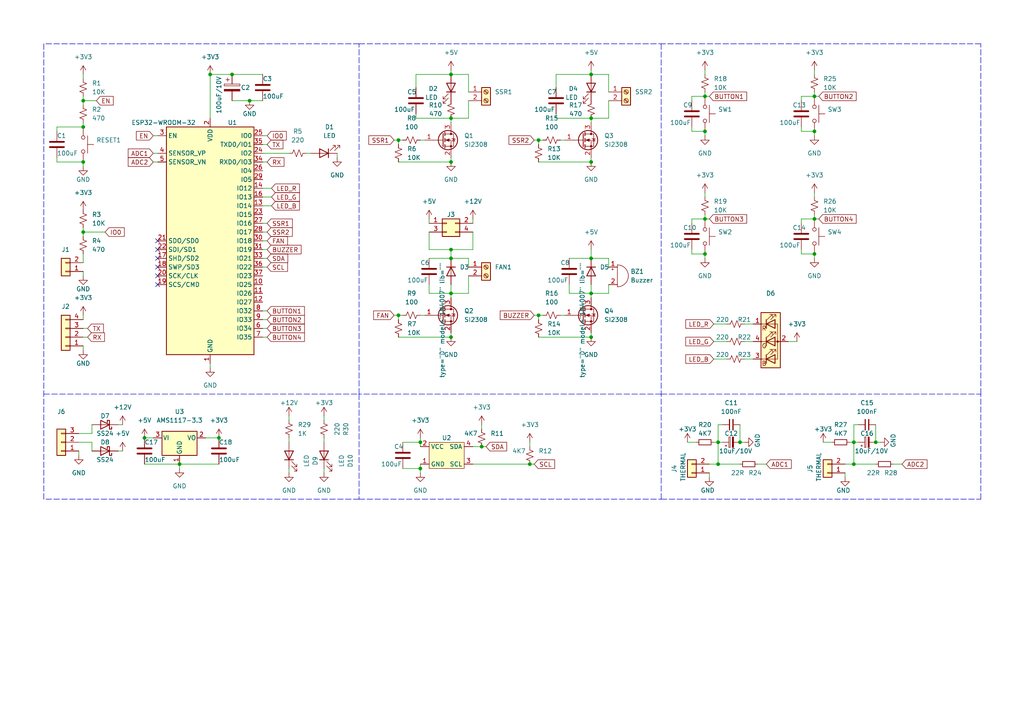
<source format=kicad_sch>
(kicad_sch (version 20211123) (generator eeschema)
  (paper "A4")
  (lib_symbols
    (symbol "Connector:Screw_Terminal_01x02" (pin_names (offset 1.016) hide)
      (property "Reference" "J" (at 0 2.54 0))
      (property "Value" "Screw_Terminal_01x02" (at 0 -5.08 0))
      (symbol "Screw_Terminal_01x02_1_1"
        (pin passive line (at -5.08 0 0) (length 3.81) (name "Pin_1") (number "1"))
        (pin passive line (at -5.08 -2.54 0) (length 3.81) (name "Pin_2") (number "2"))
      )
    )
    (symbol "Connector_Generic:Conn_01x02" (pin_names (offset 1.016) hide)
      (property "Reference" "J" (at 0 2.54 0))
      (property "Value" "Conn_01x02" (at 0 -5.08 0))
      (symbol "Conn_01x02_1_1"
        (pin passive line (at -5.08 0 0) (length 3.81) (name "Pin_1") (number "1"))
        (pin passive line (at -5.08 -2.54 0) (length 3.81) (name "Pin_2") (number "2"))
      )
    )
    (symbol "Connector_Generic:Conn_01x03" (pin_names (offset 1.016) hide)
      (property "Reference" "J" (at 0 5.08 0))
      (property "Value" "Conn_01x03" (at 0 -5.08 0))
      (symbol "Conn_01x03_1_1"
        (pin passive line (at -5.08 2.54 0) (length 3.81) (name "Pin_1") (number "1"))
        (pin passive line (at -5.08 0 0) (length 3.81) (name "Pin_2") (number "2"))
        (pin passive line (at -5.08 -2.54 0) (length 3.81) (name "Pin_3") (number "3"))
      )
    )
    (symbol "Connector_Generic:Conn_01x04" (pin_names (offset 1.016) hide)
      (property "Reference" "J" (at 0 5.08 0))
      (property "Value" "Conn_01x04" (at 0 -7.62 0))
      (symbol "Conn_01x04_1_1"
        (pin passive line (at -5.08 2.54 0) (length 3.81) (name "Pin_1") (number "1"))
        (pin passive line (at -5.08 0 0) (length 3.81) (name "Pin_2") (number "2"))
        (pin passive line (at -5.08 -2.54 0) (length 3.81) (name "Pin_3") (number "3"))
        (pin passive line (at -5.08 -5.08 0) (length 3.81) (name "Pin_4") (number "4"))
      )
    )
    (symbol "Connector_Generic:Conn_02x02_Odd_Even" (pin_names (offset 1.016) hide)
      (property "Reference" "J" (at 1.27 2.54 0))
      (property "Value" "Conn_02x02_Odd_Even" (at 1.27 -5.08 0))
      (symbol "Conn_02x02_Odd_Even_1_1"
        (pin passive line (at -5.08 0 0) (length 3.81) (name "Pin_1") (number "1"))
        (pin passive line (at 7.62 0 180) (length 3.81) (name "Pin_2") (number "2"))
        (pin passive line (at -5.08 -2.54 0) (length 3.81) (name "Pin_3") (number "3"))
        (pin passive line (at 7.62 -2.54 180) (length 3.81) (name "Pin_4") (number "4"))
      )
    )
    (symbol "Device:Buzzer" (pin_names (offset 0.0254) hide)
      (property "Reference" "BZ" (at 3.81 1.27 0))
      (property "Value" "Buzzer" (at 3.81 -1.27 0))
      (symbol "Buzzer_1_1"
        (pin passive line (at -2.54 2.54 0) (length 2.54) (name "-") (number "1"))
        (pin passive line (at -2.54 -2.54 0) (length 2.54) (name "+") (number "2"))
      )
    )
    (symbol "Device:C" (pin_numbers hide) (pin_names (offset 0.254))
      (property "Reference" "C" (at 0.635 2.54 0))
      (property "Value" "C" (at 0.635 -2.54 0))
      (symbol "C_1_1"
        (pin passive line (at 0 3.81 270) (length 2.794) (name "~") (number "1"))
        (pin passive line (at 0 -3.81 90) (length 2.794) (name "~") (number "2"))
      )
    )
    (symbol "Device:C_Polarized" (pin_numbers hide) (pin_names (offset 0.254))
      (property "Reference" "C" (at 0.635 2.54 0))
      (property "Value" "C_Polarized" (at 0.635 -2.54 0))
      (symbol "C_Polarized_1_1"
        (pin passive line (at 0 3.81 270) (length 2.794) (name "~") (number "1"))
        (pin passive line (at 0 -3.81 90) (length 2.794) (name "~") (number "2"))
      )
    )
    (symbol "Device:C_Polarized_Small" (pin_numbers hide) (pin_names (offset 0.254) hide)
      (property "Reference" "C" (at 0.254 1.778 0))
      (property "Value" "C_Polarized_Small" (at 0.254 -2.032 0))
      (symbol "C_Polarized_Small_1_1"
        (pin passive line (at 0 2.54 270) (length 1.8542) (name "~") (number "1"))
        (pin passive line (at 0 -2.54 90) (length 1.8542) (name "~") (number "2"))
      )
    )
    (symbol "Device:C_Small" (pin_numbers hide) (pin_names (offset 0.254) hide)
      (property "Reference" "C" (at 0.254 1.778 0))
      (property "Value" "C_Small" (at 0.254 -2.032 0))
      (symbol "C_Small_1_1"
        (pin passive line (at 0 2.54 270) (length 2.032) (name "~") (number "1"))
        (pin passive line (at 0 -2.54 90) (length 2.032) (name "~") (number "2"))
      )
    )
    (symbol "Device:LED" (pin_numbers hide) (pin_names (offset 1.016) hide)
      (property "Reference" "D" (at 0 2.54 0))
      (property "Value" "LED" (at 0 -2.54 0))
      (symbol "LED_1_1"
        (pin passive line (at -3.81 0 0) (length 2.54) (name "K") (number "1"))
        (pin passive line (at 3.81 0 180) (length 2.54) (name "A") (number "2"))
      )
    )
    (symbol "Device:LED_RABG" (pin_names (offset 0) hide)
      (property "Reference" "D" (at 0 9.398 0))
      (property "Value" "LED_RABG" (at 0 -8.89 0))
      (symbol "LED_RABG_0_0"
        (text "B" (at -1.905 -6.35 0) (effects (font (size 1.27 1.27))))
        (text "G" (at -1.905 -1.27 0) (effects (font (size 1.27 1.27))))
        (text "R" (at -1.905 3.81 0) (effects (font (size 1.27 1.27))))
      )
      (symbol "LED_RABG_1_1"
        (pin passive line (at -5.08 5.08 0) (length 2.54) (name "RK") (number "1"))
        (pin passive line (at 5.08 0 180) (length 2.54) (name "A") (number "2"))
        (pin passive line (at -5.08 -5.08 0) (length 2.54) (name "BK") (number "3"))
        (pin passive line (at -5.08 0 0) (length 2.54) (name "GK") (number "4"))
      )
    )
    (symbol "Device:Q_NMOS_GSD" (pin_names (offset 0) hide)
      (property "Reference" "Q" (at 5.08 1.27 0))
      (property "Value" "Q_NMOS_GSD" (at 5.08 -1.27 0))
      (symbol "Q_NMOS_GSD_1_1"
        (pin input line (at -5.08 0 0) (length 2.54) (name "G") (number "1"))
        (pin passive line (at 2.54 -5.08 90) (length 2.54) (name "S") (number "2"))
        (pin passive line (at 2.54 5.08 270) (length 2.54) (name "D") (number "3"))
      )
    )
    (symbol "Device:R_Small" (pin_numbers hide) (pin_names (offset 0.254) hide)
      (property "Reference" "R" (at 0.762 0.508 0))
      (property "Value" "R_Small" (at 0.762 -1.016 0))
      (symbol "R_Small_1_1"
        (pin passive line (at 0 2.54 270) (length 0.762) (name "~") (number "1"))
        (pin passive line (at 0 -2.54 90) (length 0.762) (name "~") (number "2"))
      )
    )
    (symbol "Device:R_Small_US" (pin_numbers hide) (pin_names (offset 0.254) hide)
      (property "Reference" "R" (at 0.762 0.508 0))
      (property "Value" "R_Small_US" (at 0.762 -1.016 0))
      (symbol "R_Small_US_1_1"
        (pin passive line (at 0 2.54 270) (length 1.016) (name "~") (number "1"))
        (pin passive line (at 0 -2.54 90) (length 1.016) (name "~") (number "2"))
      )
    )
    (symbol "Diode:B120-E3" (pin_numbers hide) (pin_names hide)
      (property "Reference" "D" (at 0 2.54 0))
      (property "Value" "B120-E3" (at 0 -2.54 0))
      (symbol "B120-E3_1_1"
        (pin passive line (at -3.81 0 0) (length 2.54) (name "K") (number "1"))
        (pin passive line (at 3.81 0 180) (length 2.54) (name "A") (number "2"))
      )
    )
    (symbol "Display_Graphic:OLED_TFT_128_64"
      (property "Reference" "U" (at 0 5.08 0))
      (property "Value" "OLED_TFT_128_64" (at 0 -5.08 0))
      (symbol "OLED_TFT_128_64_1_1"
        (pin input line (at -7.62 -2.54 0) (length 2.54) (name "GND") (number "1"))
        (pin input line (at -7.62 2.54 0) (length 2.54) (name "VCC") (number "2"))
        (pin passive line (at 7.62 -2.54 180) (length 2.54) (name "SCL") (number "3"))
        (pin passive line (at 7.62 2.54 180) (length 2.54) (name "SDA") (number "4"))
      )
    )
    (symbol "RF_Module:ESP32-WROOM-32"
      (property "Reference" "U" (at -12.7 34.29 0))
      (property "Value" "ESP32-WROOM-32" (at 1.27 34.29 0))
      (symbol "ESP32-WROOM-32_1_1"
        (pin power_in line (at 0 -35.56 90) (length 2.54) (name "GND") (number "1"))
        (pin bidirectional line (at 15.24 -12.7 180) (length 2.54) (name "IO25") (number "10"))
        (pin bidirectional line (at 15.24 -15.24 180) (length 2.54) (name "IO26") (number "11"))
        (pin bidirectional line (at 15.24 -17.78 180) (length 2.54) (name "IO27") (number "12"))
        (pin bidirectional line (at 15.24 10.16 180) (length 2.54) (name "IO14") (number "13"))
        (pin bidirectional line (at 15.24 15.24 180) (length 2.54) (name "IO12") (number "14"))
        (pin passive line (at 0 -35.56 90) (length 2.54) hide (name "GND") (number "15"))
        (pin bidirectional line (at 15.24 12.7 180) (length 2.54) (name "IO13") (number "16"))
        (pin bidirectional line (at -15.24 -5.08 0) (length 2.54) (name "SHD/SD2") (number "17"))
        (pin bidirectional line (at -15.24 -7.62 0) (length 2.54) (name "SWP/SD3") (number "18"))
        (pin bidirectional line (at -15.24 -12.7 0) (length 2.54) (name "SCS/CMD") (number "19"))
        (pin power_in line (at 0 35.56 270) (length 2.54) (name "VDD") (number "2"))
        (pin bidirectional line (at -15.24 -10.16 0) (length 2.54) (name "SCK/CLK") (number "20"))
        (pin bidirectional line (at -15.24 0 0) (length 2.54) (name "SDO/SD0") (number "21"))
        (pin bidirectional line (at -15.24 -2.54 0) (length 2.54) (name "SDI/SD1") (number "22"))
        (pin bidirectional line (at 15.24 7.62 180) (length 2.54) (name "IO15") (number "23"))
        (pin bidirectional line (at 15.24 25.4 180) (length 2.54) (name "IO2") (number "24"))
        (pin bidirectional line (at 15.24 30.48 180) (length 2.54) (name "IO0") (number "25"))
        (pin bidirectional line (at 15.24 20.32 180) (length 2.54) (name "IO4") (number "26"))
        (pin bidirectional line (at 15.24 5.08 180) (length 2.54) (name "IO16") (number "27"))
        (pin bidirectional line (at 15.24 2.54 180) (length 2.54) (name "IO17") (number "28"))
        (pin bidirectional line (at 15.24 17.78 180) (length 2.54) (name "IO5") (number "29"))
        (pin input line (at -15.24 30.48 0) (length 2.54) (name "EN") (number "3"))
        (pin bidirectional line (at 15.24 0 180) (length 2.54) (name "IO18") (number "30"))
        (pin bidirectional line (at 15.24 -2.54 180) (length 2.54) (name "IO19") (number "31"))
        (pin no_connect line (at -12.7 -27.94 0) (length 2.54) hide (name "NC") (number "32"))
        (pin bidirectional line (at 15.24 -5.08 180) (length 2.54) (name "IO21") (number "33"))
        (pin bidirectional line (at 15.24 22.86 180) (length 2.54) (name "RXD0/IO3") (number "34"))
        (pin bidirectional line (at 15.24 27.94 180) (length 2.54) (name "TXD0/IO1") (number "35"))
        (pin bidirectional line (at 15.24 -7.62 180) (length 2.54) (name "IO22") (number "36"))
        (pin bidirectional line (at 15.24 -10.16 180) (length 2.54) (name "IO23") (number "37"))
        (pin passive line (at 0 -35.56 90) (length 2.54) hide (name "GND") (number "38"))
        (pin passive line (at 0 -35.56 90) (length 2.54) hide (name "GND") (number "39"))
        (pin input line (at -15.24 25.4 0) (length 2.54) (name "SENSOR_VP") (number "4"))
        (pin input line (at -15.24 22.86 0) (length 2.54) (name "SENSOR_VN") (number "5"))
        (pin input line (at 15.24 -25.4 180) (length 2.54) (name "IO34") (number "6"))
        (pin input line (at 15.24 -27.94 180) (length 2.54) (name "IO35") (number "7"))
        (pin bidirectional line (at 15.24 -20.32 180) (length 2.54) (name "IO32") (number "8"))
        (pin bidirectional line (at 15.24 -22.86 180) (length 2.54) (name "IO33") (number "9"))
      )
    )
    (symbol "Regulator_Linear:AMS1117-3.3" (pin_names (offset 0.254))
      (property "Reference" "U" (at -3.81 3.175 0))
      (property "Value" "AMS1117-3.3" (at 0 3.175 0))
      (symbol "AMS1117-3.3_1_1"
        (pin power_in line (at 0 -7.62 90) (length 2.54) (name "GND") (number "1"))
        (pin power_out line (at 7.62 0 180) (length 2.54) (name "VO") (number "2"))
        (pin power_in line (at -7.62 0 0) (length 2.54) (name "VI") (number "3"))
      )
    )
    (symbol "Simulation_SPICE:DIODE" (pin_numbers hide) (pin_names (offset 1.016) hide)
      (property "Reference" "D" (at 0 2.54 0))
      (property "Value" "DIODE" (at 0 -2.54 0))
      (symbol "DIODE_1_1"
        (pin passive line (at -3.81 0 0) (length 2.54) (name "A") (number "1"))
        (pin passive line (at 3.81 0 180) (length 2.54) (name "K") (number "2"))
      )
    )
    (symbol "Switch:SW_Push" (pin_numbers hide) (pin_names (offset 1.016) hide)
      (property "Reference" "SW" (at 1.27 2.54 0))
      (property "Value" "SW_Push" (at 0 -1.524 0))
      (symbol "SW_Push_0_1"
        (pin passive line (at -5.08 0 0) (length 2.54) (name "1") (number "1"))
        (pin passive line (at 5.08 0 180) (length 2.54) (name "2") (number "2"))
      )
    )
    (symbol "power:+12V" (power) (pin_names (offset 0))
      (property "Value" "+12V" (at 0 3.556 0))
      (symbol "+12V_1_1"
        (pin power_in line (at 0 0 90) (length 0) hide (name "+12V") (number "1"))
      )
    )
    (symbol "power:+3.3V" (power) (pin_names (offset 0))
      (property "Value" "+3.3V" (at 0 3.556 0))
      (symbol "+3.3V_1_1"
        (pin power_in line (at 0 0 90) (length 0) hide (name "+3V3") (number "1"))
      )
    )
    (symbol "power:+3V3" (power) (pin_names (offset 0))
      (property "Value" "+3V3" (at 0 3.556 0))
      (symbol "+3V3_1_1"
        (pin power_in line (at 0 0 90) (length 0) hide (name "+3V3") (number "1"))
      )
    )
    (symbol "power:+5V" (power) (pin_names (offset 0))
      (property "Value" "+5V" (at 0 3.556 0))
      (symbol "+5V_1_1"
        (pin power_in line (at 0 0 90) (length 0) hide (name "+5V") (number "1"))
      )
    )
    (symbol "power:GND" (power) (pin_names (offset 0))
      (property "Value" "GND" (at 0 -3.81 0))
      (symbol "GND_1_1"
        (pin power_in line (at 0 0 270) (length 0) hide (name "GND") (number "1"))
      )
    )
  )
  (junction (at 171.45 34.29))
  (junction (at 130.81 21.59))
  (junction (at 139.7 129.54))
  (junction (at 236.22 63.5))
  (junction (at 236.22 27.94))
  (junction (at 204.47 63.5))
  (junction (at 236.22 38.1))
  (junction (at 121.92 128.27))
  (junction (at 121.92 135.89))
  (junction (at 130.81 85.09))
  (junction (at 171.45 21.59))
  (junction (at 153.67 134.62))
  (junction (at 24.13 36.83))
  (junction (at 156.21 91.44))
  (junction (at 171.45 97.79))
  (junction (at 115.57 91.44))
  (junction (at 204.47 27.94))
  (junction (at 63.5 127))
  (junction (at 236.22 73.66))
  (junction (at 214.63 128.27))
  (junction (at 24.13 67.31))
  (junction (at 171.45 85.09))
  (junction (at 171.45 46.99))
  (junction (at 204.47 73.66))
  (junction (at 247.65 134.62))
  (junction (at 204.47 38.1))
  (junction (at 247.65 128.27))
  (junction (at 24.13 29.21))
  (junction (at 130.81 74.93))
  (junction (at 208.28 128.27))
  (junction (at 41.91 127))
  (junction (at 208.28 134.62))
  (junction (at 72.39 29.21))
  (junction (at 156.21 40.64))
  (junction (at 60.96 21.59))
  (junction (at 52.07 134.62))
  (junction (at 171.45 74.93))
  (junction (at 130.81 72.39))
  (junction (at 115.57 40.64))
  (junction (at 254 128.27))
  (junction (at 130.81 97.79))
  (junction (at 67.31 21.59))
  (junction (at 24.13 46.99))
  (junction (at 130.81 34.29))
  (junction (at 130.81 46.99))
  (no_connect (at 45.72 80.01))
  (no_connect (at 45.72 77.47))
  (no_connect (at 45.72 74.93))
  (no_connect (at 45.72 82.55))
  (no_connect (at 45.72 72.39))
  (no_connect (at 45.72 69.85))
  (wire (pts (xy 200.66 63.5) (xy 204.47 63.5)))
  (wire (pts (xy 24.13 97.79) (xy 25.4 97.79)))
  (wire (pts (xy 24.13 100.33) (xy 24.13 101.6)))
  (wire (pts (xy 115.57 41.91) (xy 115.57 40.64)))
  (wire (pts (xy 76.2 77.47) (xy 77.47 77.47)))
  (wire (pts (xy 130.81 72.39) (xy 130.81 74.93)))
  (wire (pts (xy 248.92 123.19) (xy 247.65 123.19)))
  (polyline (pts (xy 284.48 144.78) (xy 284.48 114.3)))
  (wire (pts (xy 232.41 64.77) (xy 232.41 63.5)))
  (wire (pts (xy 245.11 134.62) (xy 247.65 134.62)))
  (wire (pts (xy 135.89 29.21) (xy 135.89 34.29)))
  (wire (pts (xy 121.92 128.27) (xy 121.92 129.54)))
  (wire (pts (xy 76.2 95.25) (xy 77.47 95.25)))
  (wire (pts (xy 115.57 46.99) (xy 130.81 46.99)))
  (wire (pts (xy 116.84 128.27) (xy 121.92 128.27)))
  (wire (pts (xy 236.22 62.23) (xy 236.22 63.5)))
  (wire (pts (xy 204.47 39.37) (xy 204.47 38.1)))
  (wire (pts (xy 16.51 36.83) (xy 16.51 38.1)))
  (wire (pts (xy 236.22 27.94) (xy 237.49 27.94)))
  (wire (pts (xy 120.65 34.29) (xy 130.81 34.29)))
  (wire (pts (xy 130.81 34.29) (xy 130.81 35.56)))
  (wire (pts (xy 200.66 38.1) (xy 204.47 38.1)))
  (wire (pts (xy 41.91 134.62) (xy 52.07 134.62)))
  (wire (pts (xy 247.65 134.62) (xy 254 134.62)))
  (wire (pts (xy 171.45 97.79) (xy 171.45 96.52)))
  (wire (pts (xy 130.81 97.79) (xy 130.81 96.52)))
  (wire (pts (xy 24.13 29.21) (xy 27.94 29.21)))
  (wire (pts (xy 121.92 137.16) (xy 121.92 135.89)))
  (wire (pts (xy 228.6 99.06) (xy 231.14 99.06)))
  (polyline (pts (xy 191.77 114.3) (xy 104.14 114.3)))
  (wire (pts (xy 171.45 34.29) (xy 171.45 35.56)))
  (wire (pts (xy 204.47 20.32) (xy 204.47 21.59)))
  (wire (pts (xy 153.67 134.62) (xy 154.94 134.62)))
  (wire (pts (xy 219.71 134.62) (xy 222.25 134.62)))
  (wire (pts (xy 76.2 67.31) (xy 77.47 67.31)))
  (wire (pts (xy 67.31 21.59) (xy 76.2 21.59)))
  (wire (pts (xy 236.22 55.88) (xy 236.22 57.15)))
  (wire (pts (xy 60.96 21.59) (xy 60.96 34.29)))
  (wire (pts (xy 200.66 36.83) (xy 200.66 38.1)))
  (wire (pts (xy 247.65 123.19) (xy 247.65 128.27)))
  (polyline (pts (xy 191.77 114.3) (xy 284.48 114.3)))
  (wire (pts (xy 199.39 128.27) (xy 201.93 128.27)))
  (wire (pts (xy 121.92 127) (xy 121.92 128.27)))
  (wire (pts (xy 247.65 128.27) (xy 247.65 134.62)))
  (wire (pts (xy 162.56 91.44) (xy 163.83 91.44)))
  (wire (pts (xy 77.47 39.37) (xy 76.2 39.37)))
  (wire (pts (xy 44.45 39.37) (xy 45.72 39.37)))
  (wire (pts (xy 209.55 123.19) (xy 208.28 123.19)))
  (wire (pts (xy 171.45 85.09) (xy 171.45 86.36)))
  (wire (pts (xy 236.22 39.37) (xy 236.22 38.1)))
  (wire (pts (xy 24.13 66.04) (xy 24.13 67.31)))
  (wire (pts (xy 76.2 54.61) (xy 78.74 54.61)))
  (wire (pts (xy 93.98 127) (xy 93.98 128.27)))
  (wire (pts (xy 124.46 74.93) (xy 130.81 74.93)))
  (wire (pts (xy 246.38 128.27) (xy 247.65 128.27)))
  (wire (pts (xy 156.21 92.71) (xy 156.21 91.44)))
  (wire (pts (xy 135.89 34.29) (xy 130.81 34.29)))
  (wire (pts (xy 171.45 20.32) (xy 171.45 21.59)))
  (wire (pts (xy 154.94 40.64) (xy 156.21 40.64)))
  (wire (pts (xy 215.9 104.14) (xy 218.44 104.14)))
  (polyline (pts (xy 12.7 144.78) (xy 12.7 114.3)))
  (wire (pts (xy 44.45 46.99) (xy 45.72 46.99)))
  (wire (pts (xy 232.41 63.5) (xy 236.22 63.5)))
  (wire (pts (xy 76.2 44.45) (xy 83.82 44.45)))
  (wire (pts (xy 207.01 104.14) (xy 210.82 104.14)))
  (wire (pts (xy 137.16 129.54) (xy 139.7 129.54)))
  (wire (pts (xy 130.81 46.99) (xy 130.81 45.72)))
  (wire (pts (xy 24.13 35.56) (xy 24.13 36.83)))
  (polyline (pts (xy 284.48 12.7) (xy 191.77 12.7)))
  (wire (pts (xy 41.91 127) (xy 44.45 127)))
  (wire (pts (xy 35.56 123.19) (xy 34.29 123.19)))
  (wire (pts (xy 171.45 82.55) (xy 171.45 85.09)))
  (wire (pts (xy 124.46 67.31) (xy 124.46 72.39)))
  (wire (pts (xy 130.81 74.93) (xy 135.89 74.93)))
  (wire (pts (xy 176.53 29.21) (xy 176.53 34.29)))
  (wire (pts (xy 153.67 128.27) (xy 153.67 129.54)))
  (wire (pts (xy 176.53 34.29) (xy 171.45 34.29)))
  (polyline (pts (xy 104.14 144.78) (xy 12.7 144.78)))
  (wire (pts (xy 137.16 67.31) (xy 137.16 72.39)))
  (wire (pts (xy 24.13 67.31) (xy 30.48 67.31)))
  (wire (pts (xy 135.89 77.47) (xy 135.89 74.93)))
  (wire (pts (xy 214.63 123.19) (xy 214.63 128.27)))
  (wire (pts (xy 165.1 74.93) (xy 171.45 74.93)))
  (polyline (pts (xy 12.7 114.3) (xy 104.14 114.3)))
  (wire (pts (xy 76.2 57.15) (xy 78.74 57.15)))
  (wire (pts (xy 161.29 34.29) (xy 171.45 34.29)))
  (wire (pts (xy 232.41 72.39) (xy 232.41 73.66)))
  (wire (pts (xy 176.53 82.55) (xy 176.53 85.09)))
  (wire (pts (xy 247.65 128.27) (xy 248.92 128.27)))
  (polyline (pts (xy 284.48 114.3) (xy 284.48 12.7)))
  (polyline (pts (xy 191.77 12.7) (xy 191.77 114.3)))
  (wire (pts (xy 120.65 33.02) (xy 120.65 34.29)))
  (wire (pts (xy 207.01 128.27) (xy 208.28 128.27)))
  (wire (pts (xy 114.3 91.44) (xy 115.57 91.44)))
  (wire (pts (xy 26.67 125.73) (xy 26.67 123.19)))
  (wire (pts (xy 130.81 85.09) (xy 130.81 86.36)))
  (wire (pts (xy 232.41 73.66) (xy 236.22 73.66)))
  (polyline (pts (xy 104.14 144.78) (xy 191.77 144.78)))
  (wire (pts (xy 60.96 21.59) (xy 67.31 21.59)))
  (wire (pts (xy 204.47 62.23) (xy 204.47 63.5)))
  (wire (pts (xy 232.41 38.1) (xy 236.22 38.1)))
  (wire (pts (xy 204.47 74.93) (xy 204.47 73.66)))
  (wire (pts (xy 24.13 80.01) (xy 24.13 78.74)))
  (wire (pts (xy 200.66 29.21) (xy 200.66 27.94)))
  (wire (pts (xy 259.08 134.62) (xy 261.62 134.62)))
  (wire (pts (xy 156.21 46.99) (xy 171.45 46.99)))
  (wire (pts (xy 44.45 44.45) (xy 45.72 44.45)))
  (wire (pts (xy 83.82 135.89) (xy 83.82 137.16)))
  (wire (pts (xy 208.28 134.62) (xy 214.63 134.62)))
  (wire (pts (xy 204.47 26.67) (xy 204.47 27.94)))
  (wire (pts (xy 200.66 73.66) (xy 204.47 73.66)))
  (wire (pts (xy 76.2 92.71) (xy 77.47 92.71)))
  (wire (pts (xy 76.2 74.93) (xy 77.47 74.93)))
  (wire (pts (xy 114.3 40.64) (xy 115.57 40.64)))
  (polyline (pts (xy 104.14 12.7) (xy 191.77 12.7)))
  (wire (pts (xy 161.29 25.4) (xy 161.29 21.59)))
  (wire (pts (xy 204.47 55.88) (xy 204.47 57.15)))
  (wire (pts (xy 204.47 27.94) (xy 205.74 27.94)))
  (wire (pts (xy 60.96 106.68) (xy 60.96 105.41)))
  (wire (pts (xy 205.74 134.62) (xy 208.28 134.62)))
  (wire (pts (xy 208.28 128.27) (xy 209.55 128.27)))
  (wire (pts (xy 24.13 27.94) (xy 24.13 29.21)))
  (wire (pts (xy 232.41 29.21) (xy 232.41 27.94)))
  (wire (pts (xy 120.65 21.59) (xy 130.81 21.59)))
  (wire (pts (xy 254 123.19) (xy 254 128.27)))
  (wire (pts (xy 171.45 21.59) (xy 176.53 21.59)))
  (wire (pts (xy 16.51 46.99) (xy 24.13 46.99)))
  (wire (pts (xy 205.74 137.16) (xy 205.74 138.43)))
  (wire (pts (xy 207.01 99.06) (xy 210.82 99.06)))
  (wire (pts (xy 139.7 129.54) (xy 140.97 129.54)))
  (polyline (pts (xy 284.48 114.3) (xy 284.48 114.3)))
  (wire (pts (xy 154.94 91.44) (xy 156.21 91.44)))
  (wire (pts (xy 156.21 97.79) (xy 171.45 97.79)))
  (wire (pts (xy 35.56 130.81) (xy 34.29 130.81)))
  (wire (pts (xy 232.41 27.94) (xy 236.22 27.94)))
  (wire (pts (xy 26.67 128.27) (xy 26.67 130.81)))
  (polyline (pts (xy 191.77 144.78) (xy 191.77 114.3)))
  (wire (pts (xy 76.2 69.85) (xy 77.47 69.85)))
  (wire (pts (xy 76.2 90.17) (xy 77.47 90.17)))
  (wire (pts (xy 76.2 72.39) (xy 77.47 72.39)))
  (wire (pts (xy 93.98 135.89) (xy 93.98 137.16)))
  (wire (pts (xy 115.57 92.71) (xy 115.57 91.44)))
  (wire (pts (xy 124.46 85.09) (xy 130.81 85.09)))
  (wire (pts (xy 76.2 97.79) (xy 77.47 97.79)))
  (wire (pts (xy 121.92 40.64) (xy 123.19 40.64)))
  (wire (pts (xy 207.01 93.98) (xy 210.82 93.98)))
  (polyline (pts (xy 191.77 144.78) (xy 284.48 144.78)))
  (wire (pts (xy 76.2 59.69) (xy 78.74 59.69)))
  (wire (pts (xy 16.51 36.83) (xy 24.13 36.83)))
  (wire (pts (xy 124.46 82.55) (xy 124.46 85.09)))
  (polyline (pts (xy 104.14 12.7) (xy 12.7 12.7)))
  (wire (pts (xy 255.27 128.27) (xy 254 128.27)))
  (wire (pts (xy 176.53 21.59) (xy 176.53 26.67)))
  (wire (pts (xy 161.29 33.02) (xy 161.29 34.29)))
  (wire (pts (xy 124.46 63.5) (xy 124.46 64.77)))
  (wire (pts (xy 236.22 63.5) (xy 237.49 63.5)))
  (wire (pts (xy 130.81 20.32) (xy 130.81 21.59)))
  (wire (pts (xy 232.41 36.83) (xy 232.41 38.1)))
  (wire (pts (xy 238.76 128.27) (xy 241.3 128.27)))
  (wire (pts (xy 171.45 74.93) (xy 176.53 74.93)))
  (wire (pts (xy 124.46 72.39) (xy 130.81 72.39)))
  (wire (pts (xy 83.82 127) (xy 83.82 128.27)))
  (wire (pts (xy 115.57 91.44) (xy 116.84 91.44)))
  (wire (pts (xy 130.81 82.55) (xy 130.81 85.09)))
  (wire (pts (xy 130.81 72.39) (xy 137.16 72.39)))
  (wire (pts (xy 88.9 44.45) (xy 90.17 44.45)))
  (wire (pts (xy 115.57 40.64) (xy 116.84 40.64)))
  (wire (pts (xy 162.56 40.64) (xy 163.83 40.64)))
  (wire (pts (xy 171.45 46.99) (xy 171.45 45.72)))
  (wire (pts (xy 200.66 27.94) (xy 204.47 27.94)))
  (polyline (pts (xy 104.14 114.3) (xy 104.14 12.7)))
  (wire (pts (xy 120.65 25.4) (xy 120.65 21.59)))
  (wire (pts (xy 52.07 135.89) (xy 52.07 134.62)))
  (wire (pts (xy 171.45 72.39) (xy 171.45 74.93)))
  (wire (pts (xy 135.89 80.01) (xy 135.89 85.09)))
  (wire (pts (xy 72.39 29.21) (xy 67.31 29.21)))
  (wire (pts (xy 161.29 21.59) (xy 171.45 21.59)))
  (wire (pts (xy 22.86 132.08) (xy 22.86 130.81)))
  (polyline (pts (xy 104.14 114.3) (xy 104.14 144.78)))
  (wire (pts (xy 77.47 46.99) (xy 76.2 46.99)))
  (wire (pts (xy 93.98 120.65) (xy 93.98 121.92)))
  (wire (pts (xy 97.79 45.72) (xy 97.79 44.45)))
  (wire (pts (xy 121.92 134.62) (xy 121.92 135.89)))
  (wire (pts (xy 63.5 127) (xy 59.69 127)))
  (wire (pts (xy 130.81 21.59) (xy 135.89 21.59)))
  (wire (pts (xy 208.28 123.19) (xy 208.28 128.27)))
  (wire (pts (xy 76.2 64.77) (xy 77.47 64.77)))
  (wire (pts (xy 236.22 26.67) (xy 236.22 27.94)))
  (wire (pts (xy 137.16 63.5) (xy 137.16 64.77)))
  (wire (pts (xy 135.89 21.59) (xy 135.89 26.67)))
  (wire (pts (xy 236.22 20.32) (xy 236.22 21.59)))
  (wire (pts (xy 215.9 99.06) (xy 218.44 99.06)))
  (wire (pts (xy 52.07 134.62) (xy 63.5 134.62)))
  (wire (pts (xy 116.84 135.89) (xy 121.92 135.89)))
  (wire (pts (xy 24.13 67.31) (xy 24.13 68.58)))
  (polyline (pts (xy 12.7 12.7) (xy 12.7 114.3)))
  (wire (pts (xy 176.53 85.09) (xy 171.45 85.09)))
  (wire (pts (xy 215.9 93.98) (xy 218.44 93.98)))
  (wire (pts (xy 176.53 77.47) (xy 176.53 74.93)))
  (wire (pts (xy 24.13 95.25) (xy 25.4 95.25)))
  (wire (pts (xy 115.57 97.79) (xy 130.81 97.79)))
  (wire (pts (xy 72.39 29.21) (xy 76.2 29.21)))
  (wire (pts (xy 24.13 46.99) (xy 24.13 48.26)))
  (wire (pts (xy 135.89 85.09) (xy 130.81 85.09)))
  (wire (pts (xy 156.21 91.44) (xy 157.48 91.44)))
  (wire (pts (xy 24.13 29.21) (xy 24.13 30.48)))
  (wire (pts (xy 121.92 91.44) (xy 123.19 91.44)))
  (wire (pts (xy 208.28 128.27) (xy 208.28 134.62)))
  (wire (pts (xy 24.13 73.66) (xy 24.13 76.2)))
  (wire (pts (xy 139.7 123.19) (xy 139.7 124.46)))
  (wire (pts (xy 24.13 91.44) (xy 24.13 92.71)))
  (wire (pts (xy 137.16 134.62) (xy 153.67 134.62)))
  (wire (pts (xy 204.47 63.5) (xy 205.74 63.5)))
  (wire (pts (xy 245.11 137.16) (xy 245.11 138.43)))
  (wire (pts (xy 24.13 21.59) (xy 24.13 22.86)))
  (wire (pts (xy 22.86 128.27) (xy 26.67 128.27)))
  (wire (pts (xy 16.51 46.99) (xy 16.51 45.72)))
  (wire (pts (xy 200.66 72.39) (xy 200.66 73.66)))
  (wire (pts (xy 156.21 40.64) (xy 157.48 40.64)))
  (wire (pts (xy 165.1 82.55) (xy 165.1 85.09)))
  (wire (pts (xy 236.22 74.93) (xy 236.22 73.66)))
  (wire (pts (xy 215.9 128.27) (xy 214.63 128.27)))
  (wire (pts (xy 156.21 41.91) (xy 156.21 40.64)))
  (wire (pts (xy 22.86 125.73) (xy 26.67 125.73)))
  (wire (pts (xy 165.1 85.09) (xy 171.45 85.09)))
  (wire (pts (xy 83.82 120.65) (xy 83.82 121.92)))
  (wire (pts (xy 77.47 41.91) (xy 76.2 41.91)))
  (wire (pts (xy 200.66 64.77) (xy 200.66 63.5)))
  (global_label "SSR1" (shape input) (at 114.3 40.64 180) (property "Intersheet References" "${INTERSHEET_REFS}" (effects hide)))
  (global_label "SCL" (shape input) (at 154.94 134.62 0) (property "Intersheet References" "${INTERSHEET_REFS}" (effects hide)))
  (global_label "SCL" (shape input) (at 77.47 77.47 0) (property "Intersheet References" "${INTERSHEET_REFS}" (effects hide)))
  (global_label "RX" (shape input) (at 77.47 46.99 0) (property "Intersheet References" "${INTERSHEET_REFS}" (effects hide)))
  (global_label "BUTTON1" (shape input) (at 77.47 90.17 0) (property "Intersheet References" "${INTERSHEET_REFS}" (effects hide)))
  (global_label "BUZZER" (shape input) (at 154.94 91.44 180) (property "Intersheet References" "${INTERSHEET_REFS}" (effects hide)))
  (global_label "EN" (shape input) (at 27.94 29.21 0) (property "Intersheet References" "${INTERSHEET_REFS}" (effects hide)))
  (global_label "BUTTON4" (shape input) (at 237.49 63.5 0) (property "Intersheet References" "${INTERSHEET_REFS}" (effects hide)))
  (global_label "LED_G" (shape input) (at 207.01 99.06 180) (property "Intersheet References" "${INTERSHEET_REFS}" (effects hide)))
  (global_label "ADC2" (shape input) (at 261.62 134.62 0) (property "Intersheet References" "${INTERSHEET_REFS}" (effects hide)))
  (global_label "SSR2" (shape input) (at 77.47 67.31 0) (property "Intersheet References" "${INTERSHEET_REFS}" (effects hide)))
  (global_label "LED_B" (shape input) (at 207.01 104.14 180) (property "Intersheet References" "${INTERSHEET_REFS}" (effects hide)))
  (global_label "BUTTON1" (shape input) (at 205.74 27.94 0) (property "Intersheet References" "${INTERSHEET_REFS}" (effects hide)))
  (global_label "SDA" (shape input) (at 77.47 74.93 0) (property "Intersheet References" "${INTERSHEET_REFS}" (effects hide)))
  (global_label "LED_R" (shape input) (at 207.01 93.98 180) (property "Intersheet References" "${INTERSHEET_REFS}" (effects hide)))
  (global_label "TX" (shape input) (at 77.47 41.91 0) (property "Intersheet References" "${INTERSHEET_REFS}" (effects hide)))
  (global_label "LED_B" (shape input) (at 78.74 59.69 0) (property "Intersheet References" "${INTERSHEET_REFS}" (effects hide)))
  (global_label "BUTTON2" (shape input) (at 77.47 92.71 0) (property "Intersheet References" "${INTERSHEET_REFS}" (effects hide)))
  (global_label "LED_R" (shape input) (at 78.74 54.61 0) (property "Intersheet References" "${INTERSHEET_REFS}" (effects hide)))
  (global_label "SDA" (shape input) (at 140.97 129.54 0) (property "Intersheet References" "${INTERSHEET_REFS}" (effects hide)))
  (global_label "ADC1" (shape input) (at 44.45 44.45 180) (property "Intersheet References" "${INTERSHEET_REFS}" (effects hide)))
  (global_label "BUTTON3" (shape input) (at 205.74 63.5 0) (property "Intersheet References" "${INTERSHEET_REFS}" (effects hide)))
  (global_label "IO0" (shape input) (at 30.48 67.31 0) (property "Intersheet References" "${INTERSHEET_REFS}" (effects hide)))
  (global_label "RX" (shape input) (at 25.4 97.79 0) (property "Intersheet References" "${INTERSHEET_REFS}" (effects hide)))
  (global_label "BUTTON4" (shape input) (at 77.47 97.79 0) (property "Intersheet References" "${INTERSHEET_REFS}" (effects hide)))
  (global_label "SSR2" (shape input) (at 154.94 40.64 180) (property "Intersheet References" "${INTERSHEET_REFS}" (effects hide)))
  (global_label "TX" (shape input) (at 25.4 95.25 0) (property "Intersheet References" "${INTERSHEET_REFS}" (effects hide)))
  (global_label "ADC2" (shape input) (at 44.45 46.99 180) (property "Intersheet References" "${INTERSHEET_REFS}" (effects hide)))
  (global_label "BUZZER" (shape input) (at 77.47 72.39 0) (property "Intersheet References" "${INTERSHEET_REFS}" (effects hide)))
  (global_label "FAN" (shape input) (at 114.3 91.44 180) (property "Intersheet References" "${INTERSHEET_REFS}" (effects hide)))
  (global_label "LED_G" (shape input) (at 78.74 57.15 0) (property "Intersheet References" "${INTERSHEET_REFS}" (effects hide)))
  (global_label "EN" (shape input) (at 44.45 39.37 180) (property "Intersheet References" "${INTERSHEET_REFS}" (effects hide)))
  (global_label "IO0" (shape input) (at 77.47 39.37 0) (property "Intersheet References" "${INTERSHEET_REFS}" (effects hide)))
  (global_label "SSR1" (shape input) (at 77.47 64.77 0) (property "Intersheet References" "${INTERSHEET_REFS}" (effects hide)))
  (global_label "ADC1" (shape input) (at 222.25 134.62 0) (property "Intersheet References" "${INTERSHEET_REFS}" (effects hide)))
  (global_label "BUTTON3" (shape input) (at 77.47 95.25 0) (property "Intersheet References" "${INTERSHEET_REFS}" (effects hide)))
  (global_label "FAN" (shape input) (at 77.47 69.85 0) (property "Intersheet References" "${INTERSHEET_REFS}" (effects hide)))
  (global_label "BUTTON2" (shape input) (at 237.49 27.94 0) (property "Intersheet References" "${INTERSHEET_REFS}" (effects hide)))
  (symbol (lib_id "Connector_Generic:Conn_01x04") (at 19.05 97.79 180) (unit 1)
    (property "Reference" "J2" (at 19.05 88.9 0))
    (property "Value" "Conn_01x04" (effects hide))
    (property "Footprint" "Connector_PinHeader_2.54mm:PinHeader_1x04_P2.54mm_Vertical" (effects hide))
  )
  (symbol (lib_id "Device:R_Small_US") (at 160.02 91.44 90) (unit 1)
    (property "Reference" "R16" (at 160.02 85.09 90))
    (property "Value" "100" (at 160.02 87.63 90))
    (property "Footprint" "Resistor_SMD:R_0805_2012Metric_Pad1.20x1.40mm_HandSolder" (effects hide))
  )
  (symbol (lib_id "power:GND") (at 204.47 74.93 0) (unit 1)
    (property "Reference" "#PWR028" (effects hide))
    (property "Value" "GND" (at 204.47 80.01 0))
  )
  (symbol (lib_id "power:+3V3") (at 236.22 55.88 0) (unit 1)
    (property "Reference" "#PWR034" (effects hide))
    (property "Value" "+3V3" (at 236.22 50.8 0))
  )
  (symbol (lib_id "power:+3V3") (at 24.13 21.59 0) (unit 1)
    (property "Reference" "#PWR01" (effects hide))
    (property "Value" "+3V3" (at 24.13 16.51 0))
  )
  (symbol (lib_id "Device:R_Small_US") (at 213.36 93.98 90) (unit 1)
    (property "Reference" "R21" (at 215.9 92.71 90))
    (property "Value" "220" (at 209.55 92.71 90))
    (property "Footprint" "Resistor_SMD:R_0805_2012Metric_Pad1.20x1.40mm_HandSolder" (effects hide))
  )
  (symbol (lib_id "Device:C") (at 41.91 130.81 0) (unit 1)
    (property "Reference" "C17" (at 41.91 128.27 0) (effects (justify left)))
    (property "Value" "100uF" (at 41.91 133.35 0) (effects (justify left)))
    (property "Footprint" "Capacitor_SMD:C_0805_2012Metric_Pad1.18x1.45mm_HandSolder" (effects hide))
  )
  (symbol (lib_id "Device:R_Small_US") (at 213.36 104.14 90) (unit 1)
    (property "Reference" "R23" (at 215.9 102.87 90))
    (property "Value" "220" (at 209.55 102.87 90))
    (property "Footprint" "Resistor_SMD:R_0805_2012Metric_Pad1.20x1.40mm_HandSolder" (effects hide))
  )
  (symbol (lib_id "Device:C") (at 165.1 78.74 0) (unit 1)
    (property "Reference" "C8" (at 162.56 76.2 0) (effects (justify left)))
    (property "Value" "100uF" (at 158.75 81.28 0) (effects (justify left)))
    (property "Footprint" "Capacitor_SMD:C_0805_2012Metric_Pad1.18x1.45mm_HandSolder" (effects hide))
  )
  (symbol (lib_id "Device:C") (at 161.29 29.21 0) (unit 1)
    (property "Reference" "C7" (at 158.75 26.67 0) (effects (justify left)))
    (property "Value" "100uF" (at 154.94 31.75 0) (effects (justify left)))
    (property "Footprint" "Capacitor_SMD:C_0805_2012Metric_Pad1.18x1.45mm_HandSolder" (effects hide))
  )
  (symbol (lib_id "power:+12V") (at 137.16 63.5 0) (unit 1)
    (property "Reference" "#PWR013" (effects hide))
    (property "Value" "+12V" (at 137.16 58.42 0))
  )
  (symbol (lib_id "power:GND") (at 22.86 132.08 0) (unit 1)
    (property "Reference" "#PWR039" (effects hide))
    (property "Value" "GND" (at 22.86 137.16 0))
  )
  (symbol (lib_id "Device:Q_NMOS_GSD") (at 168.91 91.44 0) (unit 1)
    (property "Reference" "Q4" (at 175.26 90.1699 0) (effects (justify left)))
    (property "Value" "SI2308" (at 175.26 92.7099 0) (effects (justify left)))
    (property "Footprint" "Package_TO_SOT_SMD:SOT-23" (effects hide))
  )
  (symbol (lib_id "Switch:SW_Push") (at 204.47 33.02 270) (unit 1)
    (property "Reference" "SW1" (at 208.28 31.7499 90) (effects (justify left)))
    (property "Value" "SW_Push" (effects hide))
    (property "Footprint" "Button_Switch_THT:SW_PUSH_6mm_H9.5mm" (effects hide))
  )
  (symbol (lib_id "Device:C") (at 76.2 25.4 0) (unit 1)
    (property "Reference" "C3" (at 76.2 22.86 0) (effects (justify left)))
    (property "Value" "100uF" (at 76.2 27.94 0) (effects (justify left)))
    (property "Footprint" "Capacitor_SMD:C_0805_2012Metric_Pad1.18x1.45mm_HandSolder" (effects hide))
  )
  (symbol (lib_id "Device:LED") (at 130.81 25.4 270) (mirror x) (unit 1)
    (property "Reference" "D2" (at 127 25.7174 90) (effects (justify right)))
    (property "Value" "LED" (at 127 28.2574 90) (effects (justify right)))
    (property "Footprint" "LED_SMD:LED_0805_2012Metric_Pad1.15x1.40mm_HandSolder" (effects hide))
  )
  (symbol (lib_id "Device:C") (at 200.66 68.58 0) (unit 1)
    (property "Reference" "C10" (at 198.12 66.04 0) (effects (justify left)))
    (property "Value" "100uF" (at 194.31 71.12 0) (effects (justify left)))
    (property "Footprint" "Capacitor_SMD:C_0805_2012Metric_Pad1.18x1.45mm_HandSolder" (effects hide))
  )
  (symbol (lib_id "Simulation_SPICE:DIODE") (at 130.81 78.74 90) (unit 1)
    (property "Reference" "D3" (at 133.35 77.4699 90) (effects (justify right)))
    (property "Value" "1N4007" (at 128.27 76.2 0) (effects (justify right)))
    (property "Footprint" "Diode_SMD:D_SMA" (effects hide))
    (property "Spice_Netlist_Enabled" "Y" (effects hide))
    (property "Spice_Primitive" "D" (effects hide))
  )
  (symbol (lib_id "power:+5V") (at 130.81 20.32 0) (unit 1)
    (property "Reference" "#PWR014" (effects hide))
    (property "Value" "+5V" (at 130.81 15.24 0))
  )
  (symbol (lib_id "Device:Q_NMOS_GSD") (at 128.27 40.64 0) (unit 1)
    (property "Reference" "Q1" (at 134.62 39.3699 0) (effects (justify left)))
    (property "Value" "SI2308" (at 134.62 41.9099 0) (effects (justify left)))
    (property "Footprint" "Package_TO_SOT_SMD:SOT-23" (effects hide))
  )
  (symbol (lib_id "power:+5V") (at 171.45 72.39 0) (unit 1)
    (property "Reference" "#PWR022" (effects hide))
    (property "Value" "+5V" (at 171.45 67.31 0))
  )
  (symbol (lib_id "Device:LED") (at 83.82 132.08 90) (unit 1)
    (property "Reference" "D9" (at 91.44 133.6675 0))
    (property "Value" "LED" (at 88.9 133.6675 0))
    (property "Footprint" "LED_SMD:LED_0805_2012Metric_Pad1.15x1.40mm_HandSolder" (effects hide))
  )
  (symbol (lib_id "Device:R_Small_US") (at 83.82 124.46 0) (unit 1)
    (property "Reference" "R29" (at 86.36 123.1899 0) (effects (justify left)))
    (property "Value" "1K" (at 86.36 125.7299 0) (effects (justify left)))
    (property "Footprint" "Resistor_SMD:R_0805_2012Metric_Pad1.20x1.40mm_HandSolder" (effects hide))
  )
  (symbol (lib_id "Device:C") (at 124.46 78.74 0) (unit 1)
    (property "Reference" "C6" (at 121.92 76.2 0) (effects (justify left)))
    (property "Value" "100uF" (at 118.11 81.28 0) (effects (justify left)))
    (property "Footprint" "Capacitor_SMD:C_0805_2012Metric_Pad1.18x1.45mm_HandSolder" (effects hide))
  )
  (symbol (lib_id "power:GND") (at 236.22 39.37 0) (unit 1)
    (property "Reference" "#PWR033" (effects hide))
    (property "Value" "GND" (at 236.22 44.45 0))
  )
  (symbol (lib_id "power:GND") (at 255.27 128.27 90) (unit 1)
    (property "Reference" "#PWR038" (effects hide))
    (property "Value" "GND" (at 259.08 125.73 0) (effects (justify right)))
  )
  (symbol (lib_id "power:+3V3") (at 153.67 128.27 0) (unit 1)
    (property "Reference" "#PWR019" (effects hide))
    (property "Value" "+3V3" (at 153.67 123.19 0))
  )
  (symbol (lib_id "power:+3V3") (at 121.92 127 0) (unit 1)
    (property "Reference" "#PWR011" (effects hide))
    (property "Value" "+3V3" (at 121.92 121.92 0))
  )
  (symbol (lib_id "power:GND") (at 245.11 138.43 0) (unit 1)
    (property "Reference" "#PWR037" (effects hide))
    (property "Value" "GND" (at 242.57 142.24 0) (effects (justify left)))
  )
  (symbol (lib_id "Device:C_Polarized") (at 67.31 25.4 0) (unit 1)
    (property "Reference" "C2" (at 69.85 25.4 0) (effects (justify left)))
    (property "Value" "100uF{slash}10V" (at 63.5 33.02 90) (effects (justify left)))
    (property "Footprint" "Capacitor_Tantalum_SMD:CP_EIA-6032-15_Kemet-U_Pad2.25x2.35mm_HandSolder" (effects hide))
  )
  (symbol (lib_id "Device:C") (at 63.5 130.81 0) (unit 1)
    (property "Reference" "C18" (at 63.5 128.27 0) (effects (justify left)))
    (property "Value" "100uF" (at 63.5 133.35 0) (effects (justify left)))
    (property "Footprint" "Capacitor_SMD:C_0805_2012Metric_Pad1.18x1.45mm_HandSolder" (effects hide))
  )
  (symbol (lib_id "power:+3V3") (at 63.5 127 0) (unit 1)
    (property "Reference" "#PWR044" (effects hide))
    (property "Value" "+3V3" (at 63.5 121.92 0))
  )
  (symbol (lib_id "power:GND") (at 204.47 39.37 0) (unit 1)
    (property "Reference" "#PWR026" (effects hide))
    (property "Value" "GND" (at 204.47 44.45 0))
  )
  (symbol (lib_id "Switch:SW_Push") (at 204.47 68.58 270) (unit 1)
    (property "Reference" "SW2" (at 208.28 67.3099 90) (effects (justify left)))
    (property "Value" "SW_Push" (effects hide))
    (property "Footprint" "Button_Switch_THT:SW_PUSH_6mm_H9.5mm" (effects hide))
  )
  (symbol (lib_id "Device:R_Small_US") (at 24.13 71.12 0) (unit 1)
    (property "Reference" "R4" (at 26.67 69.8499 0) (effects (justify left)))
    (property "Value" "470" (at 26.67 72.3899 0) (effects (justify left)))
    (property "Footprint" "Resistor_SMD:R_0805_2012Metric_Pad1.20x1.40mm_HandSolder" (effects hide))
  )
  (symbol (lib_id "Display_Graphic:OLED_TFT_128_64") (at 129.54 132.08 0) (unit 1)
    (property "Reference" "U2" (at 129.54 127 0))
    (property "Value" "OLED_TFT_128_64" (effects hide))
    (property "Footprint" "Display:OLED_128_64" (effects hide))
  )
  (symbol (lib_id "Switch:SW_Push") (at 24.13 41.91 270) (unit 1)
    (property "Reference" "RESET1" (at 27.94 40.6399 90) (effects (justify left)))
    (property "Value" "SW_Push" (effects hide))
    (property "Footprint" "Button_Switch_SMD:SW_SPST_SKQG_WithStem" (effects hide))
  )
  (symbol (lib_id "Device:R_Small") (at 204.47 128.27 90) (unit 1)
    (property "Reference" "R20" (at 204.47 123.19 90))
    (property "Value" "4K7" (at 204.47 125.73 90))
    (property "Footprint" "Resistor_SMD:R_0805_2012Metric_Pad1.20x1.40mm_HandSolder" (effects hide))
  )
  (symbol (lib_id "Device:C") (at 16.51 41.91 0) (unit 1)
    (property "Reference" "C1" (at 16.51 39.37 0) (effects (justify left)))
    (property "Value" "100uF" (at 16.51 44.45 0) (effects (justify left)))
    (property "Footprint" "Capacitor_SMD:C_0805_2012Metric_Pad1.18x1.45mm_HandSolder" (effects hide))
  )
  (symbol (lib_id "Device:LED_RABG") (at 223.52 99.06 0) (unit 1)
    (property "Reference" "D6" (at 223.52 85.09 0))
    (property "Value" "LED_RABG" (effects hide))
    (property "Footprint" "LED_SMD:LED_RGB_1210" (effects hide))
  )
  (symbol (lib_id "Device:C_Small") (at 251.46 123.19 90) (unit 1)
    (property "Reference" "C15" (at 251.4663 116.84 90))
    (property "Value" "100nF" (at 251.4663 119.38 90))
    (property "Footprint" "Capacitor_SMD:C_0805_2012Metric_Pad1.18x1.45mm_HandSolder" (effects hide))
  )
  (symbol (lib_id "Device:LED") (at 171.45 25.4 270) (mirror x) (unit 1)
    (property "Reference" "D4" (at 167.64 25.7174 90) (effects (justify right)))
    (property "Value" "LED" (at 167.64 28.2574 90) (effects (justify right)))
    (property "Footprint" "LED_SMD:LED_0805_2012Metric_Pad1.15x1.40mm_HandSolder" (effects hide))
  )
  (symbol (lib_id "power:+3.3V") (at 199.39 128.27 0) (unit 1)
    (property "Reference" "#PWR024" (effects hide))
    (property "Value" "+3.3V" (at 199.39 124.46 0))
  )
  (symbol (lib_id "power:+3V3") (at 60.96 21.59 0) (unit 1)
    (property "Reference" "#PWR07" (effects hide))
    (property "Value" "+3V3" (at 60.96 16.51 0))
  )
  (symbol (lib_id "Diode:B120-E3") (at 30.48 123.19 180) (unit 1)
    (property "Reference" "D7" (at 30.48 120.65 0))
    (property "Value" "SS24" (at 30.48 125.73 0))
    (property "Footprint" "Diode_SMD:D_SMA" (effects hide))
    (property "Datasheet" "http://www.vishay.com/docs/88946/b120.pdf" (effects hide))
  )
  (symbol (lib_id "RF_Module:ESP32-WROOM-32") (at 60.96 69.85 0) (unit 1)
    (property "Reference" "U1" (at 66.04 35.56 0) (effects (justify left)))
    (property "Value" "ESP32-WROOM-32" (at 38.1 35.56 0) (effects (justify left)))
    (property "Footprint" "RF_Module:ESP32-WROOM-32" (effects hide))
    (property "Datasheet" "https://www.espressif.com/sites/default/files/documentation/esp32-wroom-32_datasheet_en.pdf" (effects hide))
  )
  (symbol (lib_id "Device:C_Small") (at 212.09 123.19 90) (unit 1)
    (property "Reference" "C11" (at 212.0963 116.84 90))
    (property "Value" "100nF" (at 212.0963 119.38 90))
    (property "Footprint" "Capacitor_SMD:C_0805_2012Metric_Pad1.18x1.45mm_HandSolder" (effects hide))
  )
  (symbol (lib_id "Device:R_Small") (at 217.17 134.62 270) (unit 1)
    (property "Reference" "R24" (at 220.98 137.16 90) (effects (justify right)))
    (property "Value" "22R" (at 215.9 137.16 90) (effects (justify right)))
    (property "Footprint" "Resistor_SMD:R_0805_2012Metric_Pad1.20x1.40mm_HandSolder" (effects hide))
  )
  (symbol (lib_id "Device:R_Small_US") (at 156.21 95.25 0) (unit 1)
    (property "Reference" "R14" (at 158.75 93.9799 0) (effects (justify left)))
    (property "Value" "10K" (at 158.75 96.5199 0) (effects (justify left)))
    (property "Footprint" "Resistor_SMD:R_0805_2012Metric_Pad1.20x1.40mm_HandSolder" (effects hide))
  )
  (symbol (lib_id "power:+3V3") (at 236.22 20.32 0) (unit 1)
    (property "Reference" "#PWR032" (effects hide))
    (property "Value" "+3V3" (at 236.22 15.24 0))
  )
  (symbol (lib_id "Device:R_Small_US") (at 93.98 124.46 0) (unit 1)
    (property "Reference" "R30" (at 100.33 124.46 90))
    (property "Value" "220" (at 97.79 124.46 90))
    (property "Footprint" "Resistor_SMD:R_0805_2012Metric_Pad1.20x1.40mm_HandSolder" (effects hide))
  )
  (symbol (lib_id "power:GND") (at 52.07 135.89 0) (unit 1)
    (property "Reference" "#PWR043" (effects hide))
    (property "Value" "GND" (at 52.07 140.97 0))
  )
  (symbol (lib_id "Device:R_Small_US") (at 204.47 59.69 0) (unit 1)
    (property "Reference" "R19" (at 207.01 58.4199 0) (effects (justify left)))
    (property "Value" "10K" (at 207.01 60.9599 0) (effects (justify left)))
    (property "Footprint" "Resistor_SMD:R_0805_2012Metric_Pad1.20x1.40mm_HandSolder" (effects hide))
  )
  (symbol (lib_id "Device:R_Small_US") (at 236.22 24.13 0) (unit 1)
    (property "Reference" "R25" (at 238.76 22.8599 0) (effects (justify left)))
    (property "Value" "10K" (at 238.76 25.3999 0) (effects (justify left)))
    (property "Footprint" "Resistor_SMD:R_0805_2012Metric_Pad1.20x1.40mm_HandSolder" (effects hide))
  )
  (symbol (lib_id "power:+3V3") (at 24.13 91.44 0) (unit 1)
    (property "Reference" "#PWR05" (effects hide))
    (property "Value" "+3V3" (at 24.13 86.36 0))
  )
  (symbol (lib_id "Device:R_Small_US") (at 213.36 99.06 90) (unit 1)
    (property "Reference" "R22" (at 215.9 97.79 90))
    (property "Value" "220" (at 209.55 97.79 90))
    (property "Footprint" "Resistor_SMD:R_0805_2012Metric_Pad1.20x1.40mm_HandSolder" (effects hide))
  )
  (symbol (lib_id "power:GND") (at 171.45 97.79 0) (unit 1)
    (property "Reference" "#PWR023" (effects hide))
    (property "Value" "GND" (at 171.45 102.87 0))
  )
  (symbol (lib_id "Connector_Generic:Conn_01x02") (at 240.03 137.16 180) (unit 1)
    (property "Reference" "J5" (at 234.95 137.16 90) (effects (justify right)))
    (property "Value" "THERMAL" (at 237.49 139.7 90) (effects (justify right)))
    (property "Footprint" "Connector_PinHeader_2.54mm:PinHeader_1x02_P2.54mm_Vertical" (effects hide))
  )
  (symbol (lib_id "Device:Buzzer") (at 179.07 80.01 0) (unit 1)
    (property "Reference" "BZ1" (at 182.88 78.7399 0) (effects (justify left)))
    (property "Value" "Buzzer" (at 182.88 81.2799 0) (effects (justify left)))
    (property "Footprint" "Buzzer_Beeper:buzzer_9056" (effects hide))
  )
  (symbol (lib_id "power:+3.3V") (at 238.76 128.27 0) (unit 1)
    (property "Reference" "#PWR036" (effects hide))
    (property "Value" "+3.3V" (at 238.76 124.46 0))
  )
  (symbol (lib_id "Device:R_Small_US") (at 204.47 24.13 0) (unit 1)
    (property "Reference" "R18" (at 207.01 22.8599 0) (effects (justify left)))
    (property "Value" "10K" (at 207.01 25.3999 0) (effects (justify left)))
    (property "Footprint" "Resistor_SMD:R_0805_2012Metric_Pad1.20x1.40mm_HandSolder" (effects hide))
  )
  (symbol (lib_id "Connector_Generic:Conn_01x02") (at 19.05 78.74 180) (unit 1)
    (property "Reference" "J1" (at 19.05 72.39 0))
    (property "Value" "Conn_01x02" (effects hide))
    (property "Footprint" "Connector_PinHeader_2.54mm:PinHeader_1x02_P2.54mm_Vertical" (effects hide))
  )
  (symbol (lib_id "power:+3V3") (at 204.47 20.32 0) (unit 1)
    (property "Reference" "#PWR025" (effects hide))
    (property "Value" "+3V3" (at 204.47 15.24 0))
  )
  (symbol (lib_id "power:GND") (at 24.13 48.26 0) (unit 1)
    (property "Reference" "#PWR02" (effects hide))
    (property "Value" "GND" (at 24.13 52.07 0))
  )
  (symbol (lib_id "Diode:B120-E3") (at 30.48 130.81 180) (unit 1)
    (property "Reference" "D8" (at 30.48 128.27 0))
    (property "Value" "SS24" (at 30.48 133.35 0))
    (property "Footprint" "Diode_SMD:D_SMA" (effects hide))
    (property "Datasheet" "http://www.vishay.com/docs/88946/b120.pdf" (effects hide))
  )
  (symbol (lib_id "Device:C") (at 232.41 68.58 0) (unit 1)
    (property "Reference" "C14" (at 229.87 66.04 0) (effects (justify left)))
    (property "Value" "100uF" (at 226.06 71.12 0) (effects (justify left)))
    (property "Footprint" "Capacitor_SMD:C_0805_2012Metric_Pad1.18x1.45mm_HandSolder" (effects hide))
  )
  (symbol (lib_id "power:GND") (at 205.74 138.43 0) (unit 1)
    (property "Reference" "#PWR029" (effects hide))
    (property "Value" "GND" (at 203.2 142.24 0) (effects (justify left)))
  )
  (symbol (lib_id "Device:R_Small_US") (at 24.13 63.5 0) (unit 1)
    (property "Reference" "R3" (at 26.67 62.2299 0) (effects (justify left)))
    (property "Value" "10K" (at 26.67 64.7699 0) (effects (justify left)))
    (property "Footprint" "Resistor_SMD:R_0805_2012Metric_Pad1.20x1.40mm_HandSolder" (effects hide))
  )
  (symbol (lib_id "power:+12V") (at 35.56 123.19 0) (unit 1)
    (property "Reference" "#PWR040" (effects hide))
    (property "Value" "+12V" (at 35.56 118.11 0))
  )
  (symbol (lib_id "power:+3V3") (at 24.13 60.96 0) (unit 1)
    (property "Reference" "#PWR03" (effects hide))
    (property "Value" "+3V3" (at 24.13 55.88 0))
  )
  (symbol (lib_id "Device:C") (at 120.65 29.21 0) (unit 1)
    (property "Reference" "C5" (at 118.11 26.67 0) (effects (justify left)))
    (property "Value" "100uF" (at 114.3 31.75 0) (effects (justify left)))
    (property "Footprint" "Capacitor_SMD:C_0805_2012Metric_Pad1.18x1.45mm_HandSolder" (effects hide))
  )
  (symbol (lib_id "Device:R_Small_US") (at 153.67 132.08 0) (unit 1)
    (property "Reference" "R12" (at 156.21 130.8099 0) (effects (justify left)))
    (property "Value" "4K7" (at 148.59 130.81 0) (effects (justify left)))
    (property "Footprint" "Resistor_SMD:R_0805_2012Metric_Pad1.20x1.40mm_HandSolder" (effects hide))
  )
  (symbol (lib_id "power:GND") (at 24.13 80.01 0) (unit 1)
    (property "Reference" "#PWR04" (effects hide))
    (property "Value" "GND" (at 24.13 83.82 0))
  )
  (symbol (lib_id "power:GND") (at 215.9 128.27 90) (unit 1)
    (property "Reference" "#PWR030" (effects hide))
    (property "Value" "GND" (at 219.71 125.73 0) (effects (justify right)))
  )
  (symbol (lib_id "Device:R_Small_US") (at 160.02 40.64 90) (unit 1)
    (property "Reference" "R15" (at 160.02 34.29 90))
    (property "Value" "100" (at 160.02 36.83 90))
    (property "Footprint" "Resistor_SMD:R_0805_2012Metric_Pad1.20x1.40mm_HandSolder" (effects hide))
  )
  (symbol (lib_id "Device:C_Polarized_Small") (at 251.46 128.27 90) (unit 1)
    (property "Reference" "C16" (at 251.46 125.73 90))
    (property "Value" "10uF{slash}10V" (at 252.73 130.81 90))
    (property "Footprint" "Capacitor_Tantalum_SMD:CP_EIA-3216-10_Kemet-I_Pad1.58x1.35mm_HandSolder" (effects hide))
  )
  (symbol (lib_id "power:+3V3") (at 231.14 99.06 0) (unit 1)
    (property "Reference" "#PWR031" (effects hide))
    (property "Value" "+3V3" (at 231.14 93.98 0))
  )
  (symbol (lib_id "Connector_Generic:Conn_02x02_Odd_Even") (at 129.54 64.77 0) (unit 1)
    (property "Reference" "J3" (at 130.81 62.23 0))
    (property "Value" "Conn_02x02_Odd_Even" (effects hide))
    (property "Footprint" "Connector_PinHeader_2.54mm:PinHeader_2x02_P2.54mm_Vertical" (effects hide))
  )
  (symbol (lib_id "power:GND") (at 171.45 46.99 0) (unit 1)
    (property "Reference" "#PWR021" (effects hide))
    (property "Value" "GND" (at 171.45 52.07 0))
  )
  (symbol (lib_id "power:GND") (at 130.81 46.99 0) (unit 1)
    (property "Reference" "#PWR015" (effects hide))
    (property "Value" "GND" (at 130.81 52.07 0))
  )
  (symbol (lib_id "Regulator_Linear:AMS1117-3.3") (at 52.07 127 0) (unit 1)
    (property "Reference" "U3" (at 52.07 119.38 0))
    (property "Value" "AMS1117-3.3" (at 52.07 121.92 0))
    (property "Footprint" "Package_TO_SOT_SMD:SOT-223-3_TabPin2" (effects hide))
    (property "Datasheet" "http://www.advanced-monolithic.com/pdf/ds1117.pdf" (effects hide))
  )
  (symbol (lib_id "Device:R_Small_US") (at 156.21 44.45 0) (unit 1)
    (property "Reference" "R13" (at 158.75 43.1799 0) (effects (justify left)))
    (property "Value" "10K" (at 158.75 45.7199 0) (effects (justify left)))
    (property "Footprint" "Resistor_SMD:R_0805_2012Metric_Pad1.20x1.40mm_HandSolder" (effects hide))
  )
  (symbol (lib_id "Device:R_Small_US") (at 171.45 31.75 0) (mirror y) (unit 1)
    (property "Reference" "R17" (at 168.91 30.4799 0) (effects (justify left)))
    (property "Value" "470" (at 168.91 33.0199 0) (effects (justify left)))
    (property "Footprint" "Resistor_SMD:R_0805_2012Metric_Pad1.20x1.40mm_HandSolder" (effects hide))
  )
  (symbol (lib_id "Device:C_Polarized_Small") (at 212.09 128.27 90) (unit 1)
    (property "Reference" "C12" (at 212.09 125.73 90))
    (property "Value" "10uF{slash}10V" (at 213.36 130.81 90))
    (property "Footprint" "Capacitor_Tantalum_SMD:CP_EIA-3216-10_Kemet-I_Pad1.58x1.35mm_HandSolder" (effects hide))
  )
  (symbol (lib_id "power:GND") (at 83.82 137.16 0) (unit 1)
    (property "Reference" "#PWR046" (effects hide))
    (property "Value" "GND" (at 83.82 142.24 0))
  )
  (symbol (lib_id "Device:R_Small_US") (at 119.38 91.44 90) (unit 1)
    (property "Reference" "R9" (at 119.38 85.09 90))
    (property "Value" "100" (at 119.38 87.63 90))
    (property "Footprint" "Resistor_SMD:R_0805_2012Metric_Pad1.20x1.40mm_HandSolder" (effects hide))
  )
  (symbol (lib_id "Device:R_Small_US") (at 115.57 95.25 0) (unit 1)
    (property "Reference" "R7" (at 118.11 93.9799 0) (effects (justify left)))
    (property "Value" "10K" (at 118.11 96.5199 0) (effects (justify left)))
    (property "Footprint" "Resistor_SMD:R_0805_2012Metric_Pad1.20x1.40mm_HandSolder" (effects hide))
  )
  (symbol (lib_id "Connector_Generic:Conn_01x02") (at 200.66 137.16 180) (unit 1)
    (property "Reference" "J4" (at 195.58 137.16 90) (effects (justify right)))
    (property "Value" "THERMAL" (at 198.12 139.7 90) (effects (justify right)))
    (property "Footprint" "Connector_PinHeader_2.54mm:PinHeader_1x02_P2.54mm_Vertical" (effects hide))
  )
  (symbol (lib_id "power:+3V3") (at 204.47 55.88 0) (unit 1)
    (property "Reference" "#PWR027" (effects hide))
    (property "Value" "+3V3" (at 204.47 50.8 0))
  )
  (symbol (lib_id "Device:R_Small_US") (at 119.38 40.64 90) (unit 1)
    (property "Reference" "R8" (at 119.38 34.29 90))
    (property "Value" "100" (at 119.38 36.83 90))
    (property "Footprint" "Resistor_SMD:R_0805_2012Metric_Pad1.20x1.40mm_HandSolder" (effects hide))
  )
  (symbol (lib_id "Device:R_Small_US") (at 24.13 25.4 0) (unit 1)
    (property "Reference" "R1" (at 26.67 24.1299 0) (effects (justify left)))
    (property "Value" "10K" (at 26.67 26.6699 0) (effects (justify left)))
    (property "Footprint" "Resistor_SMD:R_0805_2012Metric_Pad1.20x1.40mm_HandSolder" (effects hide))
  )
  (symbol (lib_id "Switch:SW_Push") (at 236.22 33.02 270) (unit 1)
    (property "Reference" "SW3" (at 240.03 31.7499 90) (effects (justify left)))
    (property "Value" "SW_Push" (effects hide))
    (property "Footprint" "Button_Switch_THT:SW_PUSH_6mm_H9.5mm" (effects hide))
  )
  (symbol (lib_id "Connector:Screw_Terminal_01x02") (at 181.61 26.67 0) (unit 1)
    (property "Reference" "SSR2" (at 184.15 26.6699 0) (effects (justify left)))
    (property "Value" "Screw_Terminal_01x02" (effects hide))
    (property "Footprint" "TerminalBlock:TerminalBlock_bornier-2_P5.08mm" (effects hide))
  )
  (symbol (lib_id "Device:R_Small_US") (at 115.57 44.45 0) (unit 1)
    (property "Reference" "R6" (at 118.11 43.1799 0) (effects (justify left)))
    (property "Value" "10K" (at 118.11 45.7199 0) (effects (justify left)))
    (property "Footprint" "Resistor_SMD:R_0805_2012Metric_Pad1.20x1.40mm_HandSolder" (effects hide))
  )
  (symbol (lib_id "Device:R_Small_US") (at 236.22 59.69 0) (unit 1)
    (property "Reference" "R26" (at 238.76 58.4199 0) (effects (justify left)))
    (property "Value" "10K" (at 238.76 60.9599 0) (effects (justify left)))
    (property "Footprint" "Resistor_SMD:R_0805_2012Metric_Pad1.20x1.40mm_HandSolder" (effects hide))
  )
  (symbol (lib_id "Connector:Screw_Terminal_01x02") (at 140.97 26.67 0) (unit 1)
    (property "Reference" "SSR1" (at 143.51 26.6699 0) (effects (justify left)))
    (property "Value" "Screw_Terminal_01x02" (effects hide))
    (property "Footprint" "TerminalBlock:TerminalBlock_bornier-2_P5.08mm" (effects hide))
  )
  (symbol (lib_id "power:GND") (at 24.13 101.6 0) (unit 1)
    (property "Reference" "#PWR06" (effects hide))
    (property "Value" "GND" (at 24.13 105.41 0))
  )
  (symbol (lib_id "power:+12V") (at 83.82 120.65 0) (unit 1)
    (property "Reference" "#PWR045" (effects hide))
    (property "Value" "+12V" (at 83.82 116.84 0))
  )
  (symbol (lib_id "Device:Q_NMOS_GSD") (at 168.91 40.64 0) (unit 1)
    (property "Reference" "Q3" (at 175.26 39.3699 0) (effects (justify left)))
    (property "Value" "SI2308" (at 175.26 41.9099 0) (effects (justify left)))
    (property "Footprint" "Package_TO_SOT_SMD:SOT-23" (effects hide))
  )
  (symbol (lib_id "Device:Q_NMOS_GSD") (at 128.27 91.44 0) (unit 1)
    (property "Reference" "Q2" (at 134.62 90.1699 0) (effects (justify left)))
    (property "Value" "SI2308" (at 134.62 92.7099 0) (effects (justify left)))
    (property "Footprint" "Package_TO_SOT_SMD:SOT-23" (effects hide))
  )
  (symbol (lib_id "power:GND") (at 130.81 97.79 0) (unit 1)
    (property "Reference" "#PWR016" (effects hide))
    (property "Value" "GND" (at 130.81 102.87 0))
  )
  (symbol (lib_id "power:+5V") (at 41.91 127 0) (unit 1)
    (property "Reference" "#PWR042" (effects hide))
    (property "Value" "+5V" (at 41.91 121.92 0))
  )
  (symbol (lib_id "power:GND") (at 121.92 137.16 0) (unit 1)
    (property "Reference" "#PWR012" (effects hide))
    (property "Value" "GND" (at 121.92 142.24 0))
  )
  (symbol (lib_id "Device:R_Small_US") (at 86.36 44.45 90) (unit 1)
    (property "Reference" "R5" (at 86.36 38.1 90))
    (property "Value" "220" (at 86.36 40.64 90))
    (property "Footprint" "Resistor_SMD:R_0805_2012Metric_Pad1.20x1.40mm_HandSolder" (effects hide))
  )
  (symbol (lib_id "power:+5V") (at 35.56 130.81 0) (unit 1)
    (property "Reference" "#PWR041" (effects hide))
    (property "Value" "+5V" (at 35.56 125.73 0))
  )
  (symbol (lib_id "Device:LED") (at 93.98 44.45 180) (unit 1)
    (property "Reference" "D1" (at 95.5675 36.83 0))
    (property "Value" "LED" (at 95.5675 39.37 0))
    (property "Footprint" "LED_SMD:LED_0805_2012Metric_Pad1.15x1.40mm_HandSolder" (effects hide))
  )
  (symbol (lib_id "power:GND") (at 236.22 74.93 0) (unit 1)
    (property "Reference" "#PWR035" (effects hide))
    (property "Value" "GND" (at 236.22 80.01 0))
  )
  (symbol (lib_id "Connector_Generic:Conn_01x03") (at 17.78 128.27 180) (unit 1)
    (property "Reference" "J6" (at 17.78 119.38 0))
    (property "Value" "Conn_01x03" (effects hide))
    (property "Footprint" "Connector_PinHeader_2.54mm:PinHeader_1x03_P2.54mm_Vertical" (effects hide))
  )
  (symbol (lib_id "power:+5V") (at 171.45 20.32 0) (unit 1)
    (property "Reference" "#PWR020" (effects hide))
    (property "Value" "+5V" (at 171.45 15.24 0))
  )
  (symbol (lib_id "power:+3V3") (at 93.98 120.65 0) (unit 1)
    (property "Reference" "#PWR047" (effects hide))
    (property "Value" "+3V3" (at 93.98 116.84 0))
  )
  (symbol (lib_id "Device:C") (at 232.41 33.02 0) (unit 1)
    (property "Reference" "C13" (at 229.87 30.48 0) (effects (justify left)))
    (property "Value" "100uF" (at 226.06 35.56 0) (effects (justify left)))
    (property "Footprint" "Capacitor_SMD:C_0805_2012Metric_Pad1.18x1.45mm_HandSolder" (effects hide))
  )
  (symbol (lib_id "Simulation_SPICE:DIODE") (at 171.45 78.74 90) (unit 1)
    (property "Reference" "D5" (at 173.99 77.4699 90) (effects (justify right)))
    (property "Value" "1N4007" (at 168.91 76.2 0) (effects (justify right)))
    (property "Footprint" "Diode_SMD:D_SMA" (effects hide))
    (property "Spice_Netlist_Enabled" "Y" (effects hide))
    (property "Spice_Primitive" "D" (effects hide))
  )
  (symbol (lib_id "Device:LED") (at 93.98 132.08 90) (unit 1)
    (property "Reference" "D10" (at 101.6 133.6675 0))
    (property "Value" "LED" (at 99.06 133.6675 0))
    (property "Footprint" "LED_SMD:LED_0805_2012Metric_Pad1.15x1.40mm_HandSolder" (effects hide))
  )
  (symbol (lib_id "Switch:SW_Push") (at 236.22 68.58 270) (unit 1)
    (property "Reference" "SW4" (at 240.03 67.3099 90) (effects (justify left)))
    (property "Value" "SW_Push" (effects hide))
    (property "Footprint" "Button_Switch_THT:SW_PUSH_6mm_H9.5mm" (effects hide))
  )
  (symbol (lib_id "Connector:Screw_Terminal_01x02") (at 140.97 77.47 0) (unit 1)
    (property "Reference" "FAN1" (at 143.51 77.4699 0) (effects (justify left)))
    (property "Value" "Screw_Terminal_01x02" (effects hide))
    (property "Footprint" "TerminalBlock:TerminalBlock_bornier-2_P5.08mm" (effects hide))
  )
  (symbol (lib_id "power:GND") (at 97.79 45.72 0) (unit 1)
    (property "Reference" "#PWR010" (effects hide))
    (property "Value" "GND" (at 97.79 50.8 0))
  )
  (symbol (lib_id "Device:C") (at 200.66 33.02 0) (unit 1)
    (property "Reference" "C9" (at 198.12 30.48 0) (effects (justify left)))
    (property "Value" "100uF" (at 194.31 35.56 0) (effects (justify left)))
    (property "Footprint" "Capacitor_SMD:C_0805_2012Metric_Pad1.18x1.45mm_HandSolder" (effects hide))
  )
  (symbol (lib_id "Device:R_Small_US") (at 139.7 127 0) (unit 1)
    (property "Reference" "R11" (at 142.24 125.7299 0) (effects (justify left)))
    (property "Value" "4K7" (at 134.62 125.73 0) (effects (justify left)))
    (property "Footprint" "Resistor_SMD:R_0805_2012Metric_Pad1.20x1.40mm_HandSolder" (effects hide))
  )
  (symbol (lib_id "power:GND") (at 60.96 106.68 0) (unit 1)
    (property "Reference" "#PWR08" (effects hide))
    (property "Value" "GND" (at 60.96 111.76 0))
  )
  (symbol (lib_id "power:+3V3") (at 139.7 123.19 0) (unit 1)
    (property "Reference" "#PWR018" (effects hide))
    (property "Value" "+3V3" (at 139.7 118.11 0))
  )
  (symbol (lib_id "Device:R_Small_US") (at 24.13 33.02 0) (unit 1)
    (property "Reference" "R2" (at 26.67 31.7499 0) (effects (justify left)))
    (property "Value" "470" (at 26.67 34.2899 0) (effects (justify left)))
    (property "Footprint" "Resistor_SMD:R_0805_2012Metric_Pad1.20x1.40mm_HandSolder" (effects hide))
  )
  (symbol (lib_id "Device:R_Small_US") (at 130.81 31.75 0) (mirror y) (unit 1)
    (property "Reference" "R10" (at 128.27 30.4799 0) (effects (justify left)))
    (property "Value" "470" (at 128.27 33.0199 0) (effects (justify left)))
    (property "Footprint" "Resistor_SMD:R_0805_2012Metric_Pad1.20x1.40mm_HandSolder" (effects hide))
  )
  (symbol (lib_id "power:GND") (at 93.98 137.16 0) (unit 1)
    (property "Reference" "#PWR048" (effects hide))
    (property "Value" "GND" (at 93.98 142.24 0))
  )
  (symbol (lib_id "power:GND") (at 72.39 29.21 0) (unit 1)
    (property "Reference" "#PWR09" (effects hide))
    (property "Value" "GND" (at 72.39 33.02 0))
  )
  (symbol (lib_id "Device:C") (at 116.84 132.08 0) (unit 1)
    (property "Reference" "C4" (at 114.3 129.54 0) (effects (justify left)))
    (property "Value" "100uF" (at 110.49 134.62 0) (effects (justify left)))
    (property "Footprint" "Capacitor_SMD:C_0805_2012Metric_Pad1.18x1.45mm_HandSolder" (effects hide))
  )
  (symbol (lib_id "Device:R_Small") (at 243.84 128.27 90) (unit 1)
    (property "Reference" "R27" (at 243.84 123.19 90))
    (property "Value" "4K7" (at 243.84 125.73 90))
    (property "Footprint" "Resistor_SMD:R_0805_2012Metric_Pad1.20x1.40mm_HandSolder" (effects hide))
  )
  (symbol (lib_id "power:+5V") (at 124.46 63.5 0) (unit 1)
    (property "Reference" "#PWR017" (effects hide))
    (property "Value" "+5V" (at 124.46 58.42 0))
  )
  (symbol (lib_id "Device:R_Small") (at 256.54 134.62 270) (unit 1)
    (property "Reference" "R28" (at 260.35 137.16 90) (effects (justify right)))
    (property "Value" "22R" (at 255.27 137.16 90) (effects (justify right)))
    (property "Footprint" "Resistor_SMD:R_0805_2012Metric_Pad1.20x1.40mm_HandSolder" (effects hide))
  )
)
</source>
